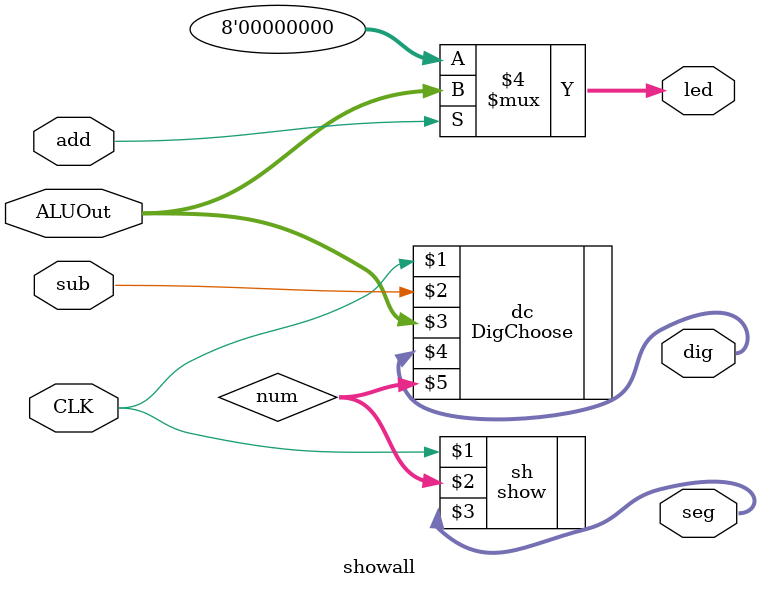
<source format=v>
module showall(CLK, add, sub, ALUOut,dig,seg, led);
   input CLK, add, sub;
	input [7:0] ALUOut;
	output [3:0] dig;
	output [6:0] seg;
	output reg [7:0] led;
	wire [4:0] num;
	
	DigChoose dc(CLK, sub, ALUOut,dig,num);
	show sh(CLK,num,seg);
	
	always @ (add) begin
	   if (add == 1) led = ALUOut;
		else led = 0;
	end
	
endmodule

</source>
